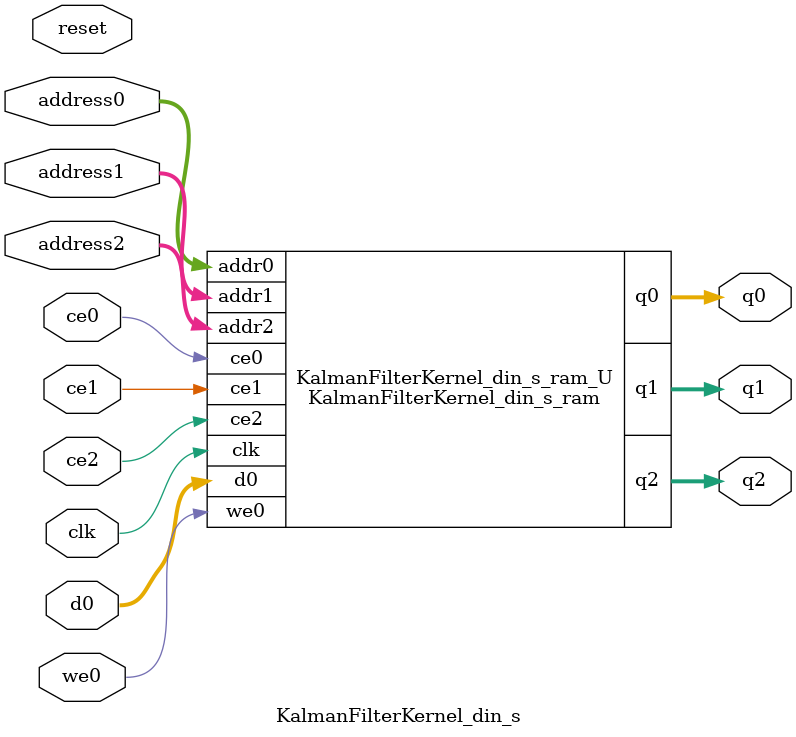
<source format=v>
`timescale 1 ns / 1 ps
module KalmanFilterKernel_din_s_ram (addr0, ce0, d0, we0, q0, addr1, ce1, q1, addr2, ce2, q2,  clk);

parameter DWIDTH = 32;
parameter AWIDTH = 11;
parameter MEM_SIZE = 1800;

input[AWIDTH-1:0] addr0;
input ce0;
input[DWIDTH-1:0] d0;
input we0;
output reg[DWIDTH-1:0] q0;
input[AWIDTH-1:0] addr1;
input ce1;
output reg[DWIDTH-1:0] q1;
input[AWIDTH-1:0] addr2;
input ce2;
output reg[DWIDTH-1:0] q2;
input clk;

reg [DWIDTH-1:0] ram0[0:MEM_SIZE-1];
reg [DWIDTH-1:0] ram1[0:MEM_SIZE-1];



always @(posedge clk)  
begin 
    if (ce0) begin
        if (we0) 
            ram0[addr0] <= d0; 
        q0 <= ram0[addr0];
    end
end


always @(posedge clk)  
begin 
    if (ce1) begin
        q1 <= ram0[addr1];
    end
end


always @(posedge clk)  
begin 
    if (ce0) begin
        if (we0) 
            ram1[addr0] <= d0; 
    end
end

always @(posedge clk)  
begin 
    if (ce2) begin
        q2 <= ram1[addr2];
    end
end


endmodule

`timescale 1 ns / 1 ps
module KalmanFilterKernel_din_s(
    reset,
    clk,
    address0,
    ce0,
    we0,
    d0,
    q0,
    address1,
    ce1,
    q1,
    address2,
    ce2,
    q2);

parameter DataWidth = 32'd32;
parameter AddressRange = 32'd1800;
parameter AddressWidth = 32'd11;
input reset;
input clk;
input[AddressWidth - 1:0] address0;
input ce0;
input we0;
input[DataWidth - 1:0] d0;
output[DataWidth - 1:0] q0;
input[AddressWidth - 1:0] address1;
input ce1;
output[DataWidth - 1:0] q1;
input[AddressWidth - 1:0] address2;
input ce2;
output[DataWidth - 1:0] q2;



KalmanFilterKernel_din_s_ram KalmanFilterKernel_din_s_ram_U(
    .clk( clk ),
    .addr0( address0 ),
    .ce0( ce0 ),
    .we0( we0 ),
    .d0( d0 ),
    .q0( q0 ),
    .addr1( address1 ),
    .ce1( ce1 ),
    .q1( q1 ),
    .addr2( address2 ),
    .ce2( ce2 ),
    .q2( q2 ));

endmodule


</source>
